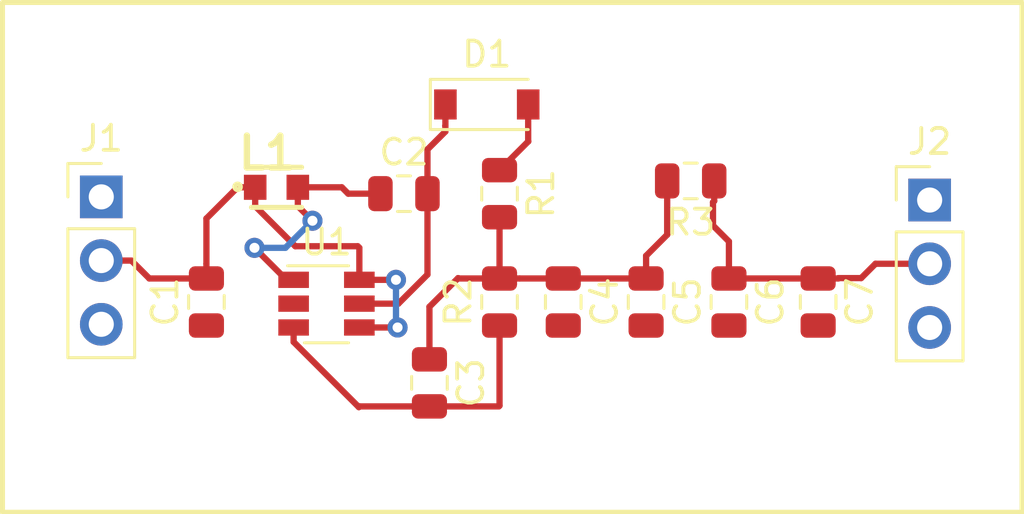
<source format=kicad_pcb>
(kicad_pcb (version 20171130) (host pcbnew "(5.0.0)")

  (general
    (thickness 1.6)
    (drawings 4)
    (tracks 73)
    (zones 0)
    (modules 15)
    (nets 9)
  )

  (page A4)
  (layers
    (0 F.Cu signal)
    (31 B.Cu signal)
    (32 B.Adhes user)
    (33 F.Adhes user)
    (34 B.Paste user)
    (35 F.Paste user)
    (36 B.SilkS user)
    (37 F.SilkS user)
    (38 B.Mask user)
    (39 F.Mask user)
    (40 Dwgs.User user)
    (41 Cmts.User user)
    (42 Eco1.User user)
    (43 Eco2.User user)
    (44 Edge.Cuts user)
    (45 Margin user)
    (46 B.CrtYd user)
    (47 F.CrtYd user)
    (48 B.Fab user)
    (49 F.Fab user hide)
  )

  (setup
    (last_trace_width 0.25)
    (trace_clearance 0.2)
    (zone_clearance 0.508)
    (zone_45_only no)
    (trace_min 0.2)
    (segment_width 0.2)
    (edge_width 0.15)
    (via_size 0.8)
    (via_drill 0.4)
    (via_min_size 0.4)
    (via_min_drill 0.3)
    (uvia_size 0.3)
    (uvia_drill 0.1)
    (uvias_allowed no)
    (uvia_min_size 0.2)
    (uvia_min_drill 0.1)
    (pcb_text_width 0.3)
    (pcb_text_size 1.5 1.5)
    (mod_edge_width 0.15)
    (mod_text_size 1 1)
    (mod_text_width 0.15)
    (pad_size 1.524 1.524)
    (pad_drill 0.762)
    (pad_to_mask_clearance 0.2)
    (aux_axis_origin 0 0)
    (visible_elements FFFFFF7F)
    (pcbplotparams
      (layerselection 0x010fc_ffffffff)
      (usegerberextensions false)
      (usegerberattributes false)
      (usegerberadvancedattributes false)
      (creategerberjobfile false)
      (excludeedgelayer true)
      (linewidth 0.100000)
      (plotframeref false)
      (viasonmask false)
      (mode 1)
      (useauxorigin false)
      (hpglpennumber 1)
      (hpglpenspeed 20)
      (hpglpendiameter 15.000000)
      (psnegative false)
      (psa4output false)
      (plotreference true)
      (plotvalue true)
      (plotinvisibletext false)
      (padsonsilk false)
      (subtractmaskfromsilk false)
      (outputformat 1)
      (mirror false)
      (drillshape 1)
      (scaleselection 1)
      (outputdirectory ""))
  )

  (net 0 "")
  (net 1 GND)
  (net 2 "Net-(C1-Pad2)")
  (net 3 "Net-(C2-Pad1)")
  (net 4 "Net-(C2-Pad2)")
  (net 5 "Net-(C3-Pad2)")
  (net 6 "Net-(C3-Pad1)")
  (net 7 "Net-(C6-Pad1)")
  (net 8 "Net-(D1-Pad2)")

  (net_class Default "Toto je výchozí třída sítě."
    (clearance 0.2)
    (trace_width 0.25)
    (via_dia 0.8)
    (via_drill 0.4)
    (uvia_dia 0.3)
    (uvia_drill 0.1)
    (add_net GND)
    (add_net "Net-(C1-Pad2)")
    (add_net "Net-(C2-Pad1)")
    (add_net "Net-(C2-Pad2)")
    (add_net "Net-(C3-Pad1)")
    (add_net "Net-(C3-Pad2)")
    (add_net "Net-(C6-Pad1)")
    (add_net "Net-(D1-Pad2)")
  )

  (module Capacitor_SMD:C_0805_2012Metric (layer F.Cu) (tedit 5B36C52B) (tstamp 5D3D04ED)
    (at 137.668 108.458 90)
    (descr "Capacitor SMD 0805 (2012 Metric), square (rectangular) end terminal, IPC_7351 nominal, (Body size source: https://docs.google.com/spreadsheets/d/1BsfQQcO9C6DZCsRaXUlFlo91Tg2WpOkGARC1WS5S8t0/edit?usp=sharing), generated with kicad-footprint-generator")
    (tags capacitor)
    (path /5CB60D80)
    (attr smd)
    (fp_text reference C1 (at 0 -1.65 270) (layer F.SilkS)
      (effects (font (size 1 1) (thickness 0.15)))
    )
    (fp_text value 4.7uF/10V (at 0 1.65 90) (layer F.Fab)
      (effects (font (size 1 1) (thickness 0.15)))
    )
    (fp_line (start -1 0.6) (end -1 -0.6) (layer F.Fab) (width 0.1))
    (fp_line (start -1 -0.6) (end 1 -0.6) (layer F.Fab) (width 0.1))
    (fp_line (start 1 -0.6) (end 1 0.6) (layer F.Fab) (width 0.1))
    (fp_line (start 1 0.6) (end -1 0.6) (layer F.Fab) (width 0.1))
    (fp_line (start -0.258578 -0.71) (end 0.258578 -0.71) (layer F.SilkS) (width 0.12))
    (fp_line (start -0.258578 0.71) (end 0.258578 0.71) (layer F.SilkS) (width 0.12))
    (fp_line (start -1.68 0.95) (end -1.68 -0.95) (layer F.CrtYd) (width 0.05))
    (fp_line (start -1.68 -0.95) (end 1.68 -0.95) (layer F.CrtYd) (width 0.05))
    (fp_line (start 1.68 -0.95) (end 1.68 0.95) (layer F.CrtYd) (width 0.05))
    (fp_line (start 1.68 0.95) (end -1.68 0.95) (layer F.CrtYd) (width 0.05))
    (fp_text user %R (at 0 0 90) (layer F.Fab)
      (effects (font (size 0.5 0.5) (thickness 0.08)))
    )
    (pad 1 smd roundrect (at -0.9375 0 90) (size 0.975 1.4) (layers F.Cu F.Paste F.Mask) (roundrect_rratio 0.25)
      (net 1 GND))
    (pad 2 smd roundrect (at 0.9375 0 90) (size 0.975 1.4) (layers F.Cu F.Paste F.Mask) (roundrect_rratio 0.25)
      (net 2 "Net-(C1-Pad2)"))
    (model ${KISYS3DMOD}/Capacitor_SMD.3dshapes/C_0805_2012Metric.wrl
      (at (xyz 0 0 0))
      (scale (xyz 1 1 1))
      (rotate (xyz 0 0 0))
    )
  )

  (module Capacitor_SMD:C_0805_2012Metric (layer F.Cu) (tedit 5B36C52B) (tstamp 5D3D04FE)
    (at 145.542 104.14)
    (descr "Capacitor SMD 0805 (2012 Metric), square (rectangular) end terminal, IPC_7351 nominal, (Body size source: https://docs.google.com/spreadsheets/d/1BsfQQcO9C6DZCsRaXUlFlo91Tg2WpOkGARC1WS5S8t0/edit?usp=sharing), generated with kicad-footprint-generator")
    (tags capacitor)
    (path /5CB85DFF)
    (attr smd)
    (fp_text reference C2 (at 0 -1.65) (layer F.SilkS)
      (effects (font (size 1 1) (thickness 0.15)))
    )
    (fp_text value 0.1uF/50V (at 0 1.65) (layer F.Fab)
      (effects (font (size 1 1) (thickness 0.15)))
    )
    (fp_line (start -1 0.6) (end -1 -0.6) (layer F.Fab) (width 0.1))
    (fp_line (start -1 -0.6) (end 1 -0.6) (layer F.Fab) (width 0.1))
    (fp_line (start 1 -0.6) (end 1 0.6) (layer F.Fab) (width 0.1))
    (fp_line (start 1 0.6) (end -1 0.6) (layer F.Fab) (width 0.1))
    (fp_line (start -0.258578 -0.71) (end 0.258578 -0.71) (layer F.SilkS) (width 0.12))
    (fp_line (start -0.258578 0.71) (end 0.258578 0.71) (layer F.SilkS) (width 0.12))
    (fp_line (start -1.68 0.95) (end -1.68 -0.95) (layer F.CrtYd) (width 0.05))
    (fp_line (start -1.68 -0.95) (end 1.68 -0.95) (layer F.CrtYd) (width 0.05))
    (fp_line (start 1.68 -0.95) (end 1.68 0.95) (layer F.CrtYd) (width 0.05))
    (fp_line (start 1.68 0.95) (end -1.68 0.95) (layer F.CrtYd) (width 0.05))
    (fp_text user %R (at 0 0) (layer F.Fab)
      (effects (font (size 0.5 0.5) (thickness 0.08)))
    )
    (pad 1 smd roundrect (at -0.9375 0) (size 0.975 1.4) (layers F.Cu F.Paste F.Mask) (roundrect_rratio 0.25)
      (net 3 "Net-(C2-Pad1)"))
    (pad 2 smd roundrect (at 0.9375 0) (size 0.975 1.4) (layers F.Cu F.Paste F.Mask) (roundrect_rratio 0.25)
      (net 4 "Net-(C2-Pad2)"))
    (model ${KISYS3DMOD}/Capacitor_SMD.3dshapes/C_0805_2012Metric.wrl
      (at (xyz 0 0 0))
      (scale (xyz 1 1 1))
      (rotate (xyz 0 0 0))
    )
  )

  (module Capacitor_SMD:C_0805_2012Metric (layer F.Cu) (tedit 5B36C52B) (tstamp 5D3D050F)
    (at 146.558 111.6815 270)
    (descr "Capacitor SMD 0805 (2012 Metric), square (rectangular) end terminal, IPC_7351 nominal, (Body size source: https://docs.google.com/spreadsheets/d/1BsfQQcO9C6DZCsRaXUlFlo91Tg2WpOkGARC1WS5S8t0/edit?usp=sharing), generated with kicad-footprint-generator")
    (tags capacitor)
    (path /5CB612E1)
    (attr smd)
    (fp_text reference C3 (at 0 -1.65 270) (layer F.SilkS)
      (effects (font (size 1 1) (thickness 0.15)))
    )
    (fp_text value 5pF/50V (at 0 1.65 270) (layer F.Fab)
      (effects (font (size 1 1) (thickness 0.15)))
    )
    (fp_text user %R (at 0 0 270) (layer F.Fab)
      (effects (font (size 0.5 0.5) (thickness 0.08)))
    )
    (fp_line (start 1.68 0.95) (end -1.68 0.95) (layer F.CrtYd) (width 0.05))
    (fp_line (start 1.68 -0.95) (end 1.68 0.95) (layer F.CrtYd) (width 0.05))
    (fp_line (start -1.68 -0.95) (end 1.68 -0.95) (layer F.CrtYd) (width 0.05))
    (fp_line (start -1.68 0.95) (end -1.68 -0.95) (layer F.CrtYd) (width 0.05))
    (fp_line (start -0.258578 0.71) (end 0.258578 0.71) (layer F.SilkS) (width 0.12))
    (fp_line (start -0.258578 -0.71) (end 0.258578 -0.71) (layer F.SilkS) (width 0.12))
    (fp_line (start 1 0.6) (end -1 0.6) (layer F.Fab) (width 0.1))
    (fp_line (start 1 -0.6) (end 1 0.6) (layer F.Fab) (width 0.1))
    (fp_line (start -1 -0.6) (end 1 -0.6) (layer F.Fab) (width 0.1))
    (fp_line (start -1 0.6) (end -1 -0.6) (layer F.Fab) (width 0.1))
    (pad 2 smd roundrect (at 0.9375 0 270) (size 0.975 1.4) (layers F.Cu F.Paste F.Mask) (roundrect_rratio 0.25)
      (net 5 "Net-(C3-Pad2)"))
    (pad 1 smd roundrect (at -0.9375 0 270) (size 0.975 1.4) (layers F.Cu F.Paste F.Mask) (roundrect_rratio 0.25)
      (net 6 "Net-(C3-Pad1)"))
    (model ${KISYS3DMOD}/Capacitor_SMD.3dshapes/C_0805_2012Metric.wrl
      (at (xyz 0 0 0))
      (scale (xyz 1 1 1))
      (rotate (xyz 0 0 0))
    )
  )

  (module Capacitor_SMD:C_0805_2012Metric (layer F.Cu) (tedit 5B36C52B) (tstamp 5D3D0520)
    (at 151.892 108.458 270)
    (descr "Capacitor SMD 0805 (2012 Metric), square (rectangular) end terminal, IPC_7351 nominal, (Body size source: https://docs.google.com/spreadsheets/d/1BsfQQcO9C6DZCsRaXUlFlo91Tg2WpOkGARC1WS5S8t0/edit?usp=sharing), generated with kicad-footprint-generator")
    (tags capacitor)
    (path /5CB75F42)
    (attr smd)
    (fp_text reference C4 (at 0 -1.65 270) (layer F.SilkS)
      (effects (font (size 1 1) (thickness 0.15)))
    )
    (fp_text value 1uF/50V (at 0 1.65 270) (layer F.Fab)
      (effects (font (size 1 1) (thickness 0.15)))
    )
    (fp_line (start -1 0.6) (end -1 -0.6) (layer F.Fab) (width 0.1))
    (fp_line (start -1 -0.6) (end 1 -0.6) (layer F.Fab) (width 0.1))
    (fp_line (start 1 -0.6) (end 1 0.6) (layer F.Fab) (width 0.1))
    (fp_line (start 1 0.6) (end -1 0.6) (layer F.Fab) (width 0.1))
    (fp_line (start -0.258578 -0.71) (end 0.258578 -0.71) (layer F.SilkS) (width 0.12))
    (fp_line (start -0.258578 0.71) (end 0.258578 0.71) (layer F.SilkS) (width 0.12))
    (fp_line (start -1.68 0.95) (end -1.68 -0.95) (layer F.CrtYd) (width 0.05))
    (fp_line (start -1.68 -0.95) (end 1.68 -0.95) (layer F.CrtYd) (width 0.05))
    (fp_line (start 1.68 -0.95) (end 1.68 0.95) (layer F.CrtYd) (width 0.05))
    (fp_line (start 1.68 0.95) (end -1.68 0.95) (layer F.CrtYd) (width 0.05))
    (fp_text user %R (at 0 0 90) (layer F.Fab)
      (effects (font (size 0.5 0.5) (thickness 0.08)))
    )
    (pad 1 smd roundrect (at -0.9375 0 270) (size 0.975 1.4) (layers F.Cu F.Paste F.Mask) (roundrect_rratio 0.25)
      (net 6 "Net-(C3-Pad1)"))
    (pad 2 smd roundrect (at 0.9375 0 270) (size 0.975 1.4) (layers F.Cu F.Paste F.Mask) (roundrect_rratio 0.25)
      (net 1 GND))
    (model ${KISYS3DMOD}/Capacitor_SMD.3dshapes/C_0805_2012Metric.wrl
      (at (xyz 0 0 0))
      (scale (xyz 1 1 1))
      (rotate (xyz 0 0 0))
    )
  )

  (module Capacitor_SMD:C_0805_2012Metric (layer F.Cu) (tedit 5B36C52B) (tstamp 5D3D0531)
    (at 155.194 108.458 270)
    (descr "Capacitor SMD 0805 (2012 Metric), square (rectangular) end terminal, IPC_7351 nominal, (Body size source: https://docs.google.com/spreadsheets/d/1BsfQQcO9C6DZCsRaXUlFlo91Tg2WpOkGARC1WS5S8t0/edit?usp=sharing), generated with kicad-footprint-generator")
    (tags capacitor)
    (path /5CB762BC)
    (attr smd)
    (fp_text reference C5 (at 0 -1.65 270) (layer F.SilkS)
      (effects (font (size 1 1) (thickness 0.15)))
    )
    (fp_text value 0.1uF/50V (at 0 1.65 270) (layer F.Fab)
      (effects (font (size 1 1) (thickness 0.15)))
    )
    (fp_text user %R (at 0 0 90) (layer F.Fab)
      (effects (font (size 0.5 0.5) (thickness 0.08)))
    )
    (fp_line (start 1.68 0.95) (end -1.68 0.95) (layer F.CrtYd) (width 0.05))
    (fp_line (start 1.68 -0.95) (end 1.68 0.95) (layer F.CrtYd) (width 0.05))
    (fp_line (start -1.68 -0.95) (end 1.68 -0.95) (layer F.CrtYd) (width 0.05))
    (fp_line (start -1.68 0.95) (end -1.68 -0.95) (layer F.CrtYd) (width 0.05))
    (fp_line (start -0.258578 0.71) (end 0.258578 0.71) (layer F.SilkS) (width 0.12))
    (fp_line (start -0.258578 -0.71) (end 0.258578 -0.71) (layer F.SilkS) (width 0.12))
    (fp_line (start 1 0.6) (end -1 0.6) (layer F.Fab) (width 0.1))
    (fp_line (start 1 -0.6) (end 1 0.6) (layer F.Fab) (width 0.1))
    (fp_line (start -1 -0.6) (end 1 -0.6) (layer F.Fab) (width 0.1))
    (fp_line (start -1 0.6) (end -1 -0.6) (layer F.Fab) (width 0.1))
    (pad 2 smd roundrect (at 0.9375 0 270) (size 0.975 1.4) (layers F.Cu F.Paste F.Mask) (roundrect_rratio 0.25)
      (net 1 GND))
    (pad 1 smd roundrect (at -0.9375 0 270) (size 0.975 1.4) (layers F.Cu F.Paste F.Mask) (roundrect_rratio 0.25)
      (net 6 "Net-(C3-Pad1)"))
    (model ${KISYS3DMOD}/Capacitor_SMD.3dshapes/C_0805_2012Metric.wrl
      (at (xyz 0 0 0))
      (scale (xyz 1 1 1))
      (rotate (xyz 0 0 0))
    )
  )

  (module Capacitor_SMD:C_0805_2012Metric (layer F.Cu) (tedit 5B36C52B) (tstamp 5D3D1165)
    (at 158.496 108.458 270)
    (descr "Capacitor SMD 0805 (2012 Metric), square (rectangular) end terminal, IPC_7351 nominal, (Body size source: https://docs.google.com/spreadsheets/d/1BsfQQcO9C6DZCsRaXUlFlo91Tg2WpOkGARC1WS5S8t0/edit?usp=sharing), generated with kicad-footprint-generator")
    (tags capacitor)
    (path /5CB7D0F7)
    (attr smd)
    (fp_text reference C6 (at 0 -1.65 270) (layer F.SilkS)
      (effects (font (size 1 1) (thickness 0.15)))
    )
    (fp_text value 0.1uF/50V (at 0 1.65 270) (layer F.Fab)
      (effects (font (size 1 1) (thickness 0.15)))
    )
    (fp_line (start -1 0.6) (end -1 -0.6) (layer F.Fab) (width 0.1))
    (fp_line (start -1 -0.6) (end 1 -0.6) (layer F.Fab) (width 0.1))
    (fp_line (start 1 -0.6) (end 1 0.6) (layer F.Fab) (width 0.1))
    (fp_line (start 1 0.6) (end -1 0.6) (layer F.Fab) (width 0.1))
    (fp_line (start -0.258578 -0.71) (end 0.258578 -0.71) (layer F.SilkS) (width 0.12))
    (fp_line (start -0.258578 0.71) (end 0.258578 0.71) (layer F.SilkS) (width 0.12))
    (fp_line (start -1.68 0.95) (end -1.68 -0.95) (layer F.CrtYd) (width 0.05))
    (fp_line (start -1.68 -0.95) (end 1.68 -0.95) (layer F.CrtYd) (width 0.05))
    (fp_line (start 1.68 -0.95) (end 1.68 0.95) (layer F.CrtYd) (width 0.05))
    (fp_line (start 1.68 0.95) (end -1.68 0.95) (layer F.CrtYd) (width 0.05))
    (fp_text user %R (at 0 0 90) (layer F.Fab)
      (effects (font (size 0.5 0.5) (thickness 0.08)))
    )
    (pad 1 smd roundrect (at -0.9375 0 270) (size 0.975 1.4) (layers F.Cu F.Paste F.Mask) (roundrect_rratio 0.25)
      (net 7 "Net-(C6-Pad1)"))
    (pad 2 smd roundrect (at 0.9375 0 270) (size 0.975 1.4) (layers F.Cu F.Paste F.Mask) (roundrect_rratio 0.25)
      (net 1 GND))
    (model ${KISYS3DMOD}/Capacitor_SMD.3dshapes/C_0805_2012Metric.wrl
      (at (xyz 0 0 0))
      (scale (xyz 1 1 1))
      (rotate (xyz 0 0 0))
    )
  )

  (module Capacitor_SMD:C_0805_2012Metric (layer F.Cu) (tedit 5B36C52B) (tstamp 5D3D1B05)
    (at 162.052 108.458 270)
    (descr "Capacitor SMD 0805 (2012 Metric), square (rectangular) end terminal, IPC_7351 nominal, (Body size source: https://docs.google.com/spreadsheets/d/1BsfQQcO9C6DZCsRaXUlFlo91Tg2WpOkGARC1WS5S8t0/edit?usp=sharing), generated with kicad-footprint-generator")
    (tags capacitor)
    (path /5CB7D0FE)
    (attr smd)
    (fp_text reference C7 (at 0 -1.65 270) (layer F.SilkS)
      (effects (font (size 1 1) (thickness 0.15)))
    )
    (fp_text value 1uF/50V (at 0 1.65 270) (layer F.Fab)
      (effects (font (size 1 1) (thickness 0.15)))
    )
    (fp_text user %R (at 0 0 90) (layer F.Fab)
      (effects (font (size 0.5 0.5) (thickness 0.08)))
    )
    (fp_line (start 1.68 0.95) (end -1.68 0.95) (layer F.CrtYd) (width 0.05))
    (fp_line (start 1.68 -0.95) (end 1.68 0.95) (layer F.CrtYd) (width 0.05))
    (fp_line (start -1.68 -0.95) (end 1.68 -0.95) (layer F.CrtYd) (width 0.05))
    (fp_line (start -1.68 0.95) (end -1.68 -0.95) (layer F.CrtYd) (width 0.05))
    (fp_line (start -0.258578 0.71) (end 0.258578 0.71) (layer F.SilkS) (width 0.12))
    (fp_line (start -0.258578 -0.71) (end 0.258578 -0.71) (layer F.SilkS) (width 0.12))
    (fp_line (start 1 0.6) (end -1 0.6) (layer F.Fab) (width 0.1))
    (fp_line (start 1 -0.6) (end 1 0.6) (layer F.Fab) (width 0.1))
    (fp_line (start -1 -0.6) (end 1 -0.6) (layer F.Fab) (width 0.1))
    (fp_line (start -1 0.6) (end -1 -0.6) (layer F.Fab) (width 0.1))
    (pad 2 smd roundrect (at 0.9375 0 270) (size 0.975 1.4) (layers F.Cu F.Paste F.Mask) (roundrect_rratio 0.25)
      (net 1 GND))
    (pad 1 smd roundrect (at -0.9375 0 270) (size 0.975 1.4) (layers F.Cu F.Paste F.Mask) (roundrect_rratio 0.25)
      (net 7 "Net-(C6-Pad1)"))
    (model ${KISYS3DMOD}/Capacitor_SMD.3dshapes/C_0805_2012Metric.wrl
      (at (xyz 0 0 0))
      (scale (xyz 1 1 1))
      (rotate (xyz 0 0 0))
    )
  )

  (module Diode_SMD:D_SOD-123 (layer F.Cu) (tedit 58645DC7) (tstamp 5D3D056C)
    (at 148.844 100.584)
    (descr SOD-123)
    (tags SOD-123)
    (path /5CB85ECA)
    (attr smd)
    (fp_text reference D1 (at 0 -2) (layer F.SilkS)
      (effects (font (size 1 1) (thickness 0.15)))
    )
    (fp_text value MBR0540 (at 0 2.1) (layer F.Fab)
      (effects (font (size 1 1) (thickness 0.15)))
    )
    (fp_text user %R (at 0 -2) (layer F.Fab)
      (effects (font (size 1 1) (thickness 0.15)))
    )
    (fp_line (start -2.25 -1) (end -2.25 1) (layer F.SilkS) (width 0.12))
    (fp_line (start 0.25 0) (end 0.75 0) (layer F.Fab) (width 0.1))
    (fp_line (start 0.25 0.4) (end -0.35 0) (layer F.Fab) (width 0.1))
    (fp_line (start 0.25 -0.4) (end 0.25 0.4) (layer F.Fab) (width 0.1))
    (fp_line (start -0.35 0) (end 0.25 -0.4) (layer F.Fab) (width 0.1))
    (fp_line (start -0.35 0) (end -0.35 0.55) (layer F.Fab) (width 0.1))
    (fp_line (start -0.35 0) (end -0.35 -0.55) (layer F.Fab) (width 0.1))
    (fp_line (start -0.75 0) (end -0.35 0) (layer F.Fab) (width 0.1))
    (fp_line (start -1.4 0.9) (end -1.4 -0.9) (layer F.Fab) (width 0.1))
    (fp_line (start 1.4 0.9) (end -1.4 0.9) (layer F.Fab) (width 0.1))
    (fp_line (start 1.4 -0.9) (end 1.4 0.9) (layer F.Fab) (width 0.1))
    (fp_line (start -1.4 -0.9) (end 1.4 -0.9) (layer F.Fab) (width 0.1))
    (fp_line (start -2.35 -1.15) (end 2.35 -1.15) (layer F.CrtYd) (width 0.05))
    (fp_line (start 2.35 -1.15) (end 2.35 1.15) (layer F.CrtYd) (width 0.05))
    (fp_line (start 2.35 1.15) (end -2.35 1.15) (layer F.CrtYd) (width 0.05))
    (fp_line (start -2.35 -1.15) (end -2.35 1.15) (layer F.CrtYd) (width 0.05))
    (fp_line (start -2.25 1) (end 1.65 1) (layer F.SilkS) (width 0.12))
    (fp_line (start -2.25 -1) (end 1.65 -1) (layer F.SilkS) (width 0.12))
    (pad 1 smd rect (at -1.65 0) (size 0.9 1.2) (layers F.Cu F.Paste F.Mask)
      (net 4 "Net-(C2-Pad2)"))
    (pad 2 smd rect (at 1.65 0) (size 0.9 1.2) (layers F.Cu F.Paste F.Mask)
      (net 8 "Net-(D1-Pad2)"))
    (model ${KISYS3DMOD}/Diode_SMD.3dshapes/D_SOD-123.wrl
      (at (xyz 0 0 0))
      (scale (xyz 1 1 1))
      (rotate (xyz 0 0 0))
    )
  )

  (module Connector_PinHeader_2.54mm:PinHeader_1x03_P2.54mm_Vertical (layer F.Cu) (tedit 59FED5CC) (tstamp 5D3D095B)
    (at 133.477 104.267)
    (descr "Through hole straight pin header, 1x03, 2.54mm pitch, single row")
    (tags "Through hole pin header THT 1x03 2.54mm single row")
    (path /5CB753CD)
    (fp_text reference J1 (at 0 -2.33) (layer F.SilkS)
      (effects (font (size 1 1) (thickness 0.15)))
    )
    (fp_text value Conn_01x03_Male (at 0 7.41) (layer F.Fab)
      (effects (font (size 1 1) (thickness 0.15)))
    )
    (fp_line (start -0.635 -1.27) (end 1.27 -1.27) (layer F.Fab) (width 0.1))
    (fp_line (start 1.27 -1.27) (end 1.27 6.35) (layer F.Fab) (width 0.1))
    (fp_line (start 1.27 6.35) (end -1.27 6.35) (layer F.Fab) (width 0.1))
    (fp_line (start -1.27 6.35) (end -1.27 -0.635) (layer F.Fab) (width 0.1))
    (fp_line (start -1.27 -0.635) (end -0.635 -1.27) (layer F.Fab) (width 0.1))
    (fp_line (start -1.33 6.41) (end 1.33 6.41) (layer F.SilkS) (width 0.12))
    (fp_line (start -1.33 1.27) (end -1.33 6.41) (layer F.SilkS) (width 0.12))
    (fp_line (start 1.33 1.27) (end 1.33 6.41) (layer F.SilkS) (width 0.12))
    (fp_line (start -1.33 1.27) (end 1.33 1.27) (layer F.SilkS) (width 0.12))
    (fp_line (start -1.33 0) (end -1.33 -1.33) (layer F.SilkS) (width 0.12))
    (fp_line (start -1.33 -1.33) (end 0 -1.33) (layer F.SilkS) (width 0.12))
    (fp_line (start -1.8 -1.8) (end -1.8 6.85) (layer F.CrtYd) (width 0.05))
    (fp_line (start -1.8 6.85) (end 1.8 6.85) (layer F.CrtYd) (width 0.05))
    (fp_line (start 1.8 6.85) (end 1.8 -1.8) (layer F.CrtYd) (width 0.05))
    (fp_line (start 1.8 -1.8) (end -1.8 -1.8) (layer F.CrtYd) (width 0.05))
    (fp_text user %R (at 0 2.54 90) (layer F.Fab)
      (effects (font (size 1 1) (thickness 0.15)))
    )
    (pad 1 thru_hole rect (at 0 0) (size 1.7 1.7) (drill 1) (layers *.Cu *.Mask)
      (net 1 GND))
    (pad 2 thru_hole oval (at 0 2.54) (size 1.7 1.7) (drill 1) (layers *.Cu *.Mask)
      (net 2 "Net-(C1-Pad2)"))
    (pad 3 thru_hole oval (at 0 5.08) (size 1.7 1.7) (drill 1) (layers *.Cu *.Mask)
      (net 1 GND))
    (model ${KISYS3DMOD}/Connector_PinHeader_2.54mm.3dshapes/PinHeader_1x03_P2.54mm_Vertical.wrl
      (at (xyz 0 0 0))
      (scale (xyz 1 1 1))
      (rotate (xyz 0 0 0))
    )
  )

  (module Connector_PinHeader_2.54mm:PinHeader_1x03_P2.54mm_Vertical (layer F.Cu) (tedit 59FED5CC) (tstamp 5D3D059A)
    (at 166.497 104.394)
    (descr "Through hole straight pin header, 1x03, 2.54mm pitch, single row")
    (tags "Through hole pin header THT 1x03 2.54mm single row")
    (path /5CB78F4E)
    (fp_text reference J2 (at 0 -2.33) (layer F.SilkS)
      (effects (font (size 1 1) (thickness 0.15)))
    )
    (fp_text value Conn_01x03_Male (at 0 7.41) (layer F.Fab)
      (effects (font (size 1 1) (thickness 0.15)))
    )
    (fp_text user %R (at 0 2.54 90) (layer F.Fab)
      (effects (font (size 1 1) (thickness 0.15)))
    )
    (fp_line (start 1.8 -1.8) (end -1.8 -1.8) (layer F.CrtYd) (width 0.05))
    (fp_line (start 1.8 6.85) (end 1.8 -1.8) (layer F.CrtYd) (width 0.05))
    (fp_line (start -1.8 6.85) (end 1.8 6.85) (layer F.CrtYd) (width 0.05))
    (fp_line (start -1.8 -1.8) (end -1.8 6.85) (layer F.CrtYd) (width 0.05))
    (fp_line (start -1.33 -1.33) (end 0 -1.33) (layer F.SilkS) (width 0.12))
    (fp_line (start -1.33 0) (end -1.33 -1.33) (layer F.SilkS) (width 0.12))
    (fp_line (start -1.33 1.27) (end 1.33 1.27) (layer F.SilkS) (width 0.12))
    (fp_line (start 1.33 1.27) (end 1.33 6.41) (layer F.SilkS) (width 0.12))
    (fp_line (start -1.33 1.27) (end -1.33 6.41) (layer F.SilkS) (width 0.12))
    (fp_line (start -1.33 6.41) (end 1.33 6.41) (layer F.SilkS) (width 0.12))
    (fp_line (start -1.27 -0.635) (end -0.635 -1.27) (layer F.Fab) (width 0.1))
    (fp_line (start -1.27 6.35) (end -1.27 -0.635) (layer F.Fab) (width 0.1))
    (fp_line (start 1.27 6.35) (end -1.27 6.35) (layer F.Fab) (width 0.1))
    (fp_line (start 1.27 -1.27) (end 1.27 6.35) (layer F.Fab) (width 0.1))
    (fp_line (start -0.635 -1.27) (end 1.27 -1.27) (layer F.Fab) (width 0.1))
    (pad 3 thru_hole oval (at 0 5.08) (size 1.7 1.7) (drill 1) (layers *.Cu *.Mask)
      (net 1 GND))
    (pad 2 thru_hole oval (at 0 2.54) (size 1.7 1.7) (drill 1) (layers *.Cu *.Mask)
      (net 7 "Net-(C6-Pad1)"))
    (pad 1 thru_hole rect (at 0 0) (size 1.7 1.7) (drill 1) (layers *.Cu *.Mask)
      (net 1 GND))
    (model ${KISYS3DMOD}/Connector_PinHeader_2.54mm.3dshapes/PinHeader_1x03_P2.54mm_Vertical.wrl
      (at (xyz 0 0 0))
      (scale (xyz 1 1 1))
      (rotate (xyz 0 0 0))
    )
  )

  (module SamacSys_Parts:LQH2MCN100K02L (layer F.Cu) (tedit 0) (tstamp 5D3D05A7)
    (at 140.462 103.886)
    (descr LQH2M)
    (tags Inductor)
    (path /5CB8D0D4)
    (attr smd)
    (fp_text reference L1 (at -0.364 -1.364) (layer F.SilkS)
      (effects (font (size 1.27 1.27) (thickness 0.254)))
    )
    (fp_text value LQH2MCN100K02L (at -0.364 -1.364) (layer F.SilkS) hide
      (effects (font (size 1.27 1.27) (thickness 0.254)))
    )
    (fp_line (start -1 -0.8) (end 1 -0.8) (layer Dwgs.User) (width 0.2))
    (fp_line (start 1 -0.8) (end 1 0.8) (layer Dwgs.User) (width 0.2))
    (fp_line (start 1 0.8) (end -1 0.8) (layer Dwgs.User) (width 0.2))
    (fp_line (start -1 0.8) (end -1 -0.8) (layer Dwgs.User) (width 0.2))
    (fp_line (start -1 -0.8) (end 1 -0.8) (layer F.SilkS) (width 0.2))
    (fp_line (start 1 0.8) (end -1 0.8) (layer F.SilkS) (width 0.2))
    (fp_circle (center -1.551 -0.018) (end -1.551 -0.007) (layer F.SilkS) (width 0.2))
    (pad 1 smd rect (at -0.85 0) (size 0.9 1) (layers F.Cu F.Paste)
      (net 2 "Net-(C1-Pad2)"))
    (pad 2 smd rect (at 0.85 0) (size 0.9 1) (layers F.Cu F.Paste)
      (net 3 "Net-(C2-Pad1)"))
  )

  (module Resistor_SMD:R_0805_2012Metric (layer F.Cu) (tedit 5B36C52B) (tstamp 5D3D0C46)
    (at 149.352 104.14 270)
    (descr "Resistor SMD 0805 (2012 Metric), square (rectangular) end terminal, IPC_7351 nominal, (Body size source: https://docs.google.com/spreadsheets/d/1BsfQQcO9C6DZCsRaXUlFlo91Tg2WpOkGARC1WS5S8t0/edit?usp=sharing), generated with kicad-footprint-generator")
    (tags resistor)
    (path /5CB87E3E)
    (attr smd)
    (fp_text reference R1 (at 0 -1.65 270) (layer F.SilkS)
      (effects (font (size 1 1) (thickness 0.15)))
    )
    (fp_text value 39R (at 0 1.65 270) (layer F.Fab)
      (effects (font (size 1 1) (thickness 0.15)))
    )
    (fp_line (start -1 0.6) (end -1 -0.6) (layer F.Fab) (width 0.1))
    (fp_line (start -1 -0.6) (end 1 -0.6) (layer F.Fab) (width 0.1))
    (fp_line (start 1 -0.6) (end 1 0.6) (layer F.Fab) (width 0.1))
    (fp_line (start 1 0.6) (end -1 0.6) (layer F.Fab) (width 0.1))
    (fp_line (start -0.258578 -0.71) (end 0.258578 -0.71) (layer F.SilkS) (width 0.12))
    (fp_line (start -0.258578 0.71) (end 0.258578 0.71) (layer F.SilkS) (width 0.12))
    (fp_line (start -1.68 0.95) (end -1.68 -0.95) (layer F.CrtYd) (width 0.05))
    (fp_line (start -1.68 -0.95) (end 1.68 -0.95) (layer F.CrtYd) (width 0.05))
    (fp_line (start 1.68 -0.95) (end 1.68 0.95) (layer F.CrtYd) (width 0.05))
    (fp_line (start 1.68 0.95) (end -1.68 0.95) (layer F.CrtYd) (width 0.05))
    (fp_text user %R (at 0 0 270) (layer F.Fab)
      (effects (font (size 0.5 0.5) (thickness 0.08)))
    )
    (pad 1 smd roundrect (at -0.9375 0 270) (size 0.975 1.4) (layers F.Cu F.Paste F.Mask) (roundrect_rratio 0.25)
      (net 8 "Net-(D1-Pad2)"))
    (pad 2 smd roundrect (at 0.9375 0 270) (size 0.975 1.4) (layers F.Cu F.Paste F.Mask) (roundrect_rratio 0.25)
      (net 6 "Net-(C3-Pad1)"))
    (model ${KISYS3DMOD}/Resistor_SMD.3dshapes/R_0805_2012Metric.wrl
      (at (xyz 0 0 0))
      (scale (xyz 1 1 1))
      (rotate (xyz 0 0 0))
    )
  )

  (module Resistor_SMD:R_0805_2012Metric (layer F.Cu) (tedit 5B36C52B) (tstamp 5D3D0FB1)
    (at 149.352 108.458 90)
    (descr "Resistor SMD 0805 (2012 Metric), square (rectangular) end terminal, IPC_7351 nominal, (Body size source: https://docs.google.com/spreadsheets/d/1BsfQQcO9C6DZCsRaXUlFlo91Tg2WpOkGARC1WS5S8t0/edit?usp=sharing), generated with kicad-footprint-generator")
    (tags resistor)
    (path /5CB611EB)
    (attr smd)
    (fp_text reference R2 (at 0 -1.65 90) (layer F.SilkS)
      (effects (font (size 1 1) (thickness 0.15)))
    )
    (fp_text value 3.2M (at 0 1.65 90) (layer F.Fab)
      (effects (font (size 1 1) (thickness 0.15)))
    )
    (fp_text user %R (at 0 0 90) (layer F.Fab)
      (effects (font (size 0.5 0.5) (thickness 0.08)))
    )
    (fp_line (start 1.68 0.95) (end -1.68 0.95) (layer F.CrtYd) (width 0.05))
    (fp_line (start 1.68 -0.95) (end 1.68 0.95) (layer F.CrtYd) (width 0.05))
    (fp_line (start -1.68 -0.95) (end 1.68 -0.95) (layer F.CrtYd) (width 0.05))
    (fp_line (start -1.68 0.95) (end -1.68 -0.95) (layer F.CrtYd) (width 0.05))
    (fp_line (start -0.258578 0.71) (end 0.258578 0.71) (layer F.SilkS) (width 0.12))
    (fp_line (start -0.258578 -0.71) (end 0.258578 -0.71) (layer F.SilkS) (width 0.12))
    (fp_line (start 1 0.6) (end -1 0.6) (layer F.Fab) (width 0.1))
    (fp_line (start 1 -0.6) (end 1 0.6) (layer F.Fab) (width 0.1))
    (fp_line (start -1 -0.6) (end 1 -0.6) (layer F.Fab) (width 0.1))
    (fp_line (start -1 0.6) (end -1 -0.6) (layer F.Fab) (width 0.1))
    (pad 2 smd roundrect (at 0.9375 0 90) (size 0.975 1.4) (layers F.Cu F.Paste F.Mask) (roundrect_rratio 0.25)
      (net 6 "Net-(C3-Pad1)"))
    (pad 1 smd roundrect (at -0.9375 0 90) (size 0.975 1.4) (layers F.Cu F.Paste F.Mask) (roundrect_rratio 0.25)
      (net 5 "Net-(C3-Pad2)"))
    (model ${KISYS3DMOD}/Resistor_SMD.3dshapes/R_0805_2012Metric.wrl
      (at (xyz 0 0 0))
      (scale (xyz 1 1 1))
      (rotate (xyz 0 0 0))
    )
  )

  (module Resistor_SMD:R_0805_2012Metric (layer F.Cu) (tedit 5B36C52B) (tstamp 5D3D126C)
    (at 156.972 103.632 180)
    (descr "Resistor SMD 0805 (2012 Metric), square (rectangular) end terminal, IPC_7351 nominal, (Body size source: https://docs.google.com/spreadsheets/d/1BsfQQcO9C6DZCsRaXUlFlo91Tg2WpOkGARC1WS5S8t0/edit?usp=sharing), generated with kicad-footprint-generator")
    (tags resistor)
    (path /5CB76AF9)
    (attr smd)
    (fp_text reference R3 (at 0 -1.65 180) (layer F.SilkS)
      (effects (font (size 1 1) (thickness 0.15)))
    )
    (fp_text value 100R (at 0 1.65 180) (layer F.Fab)
      (effects (font (size 1 1) (thickness 0.15)))
    )
    (fp_text user %R (at 0 0 180) (layer F.Fab)
      (effects (font (size 0.5 0.5) (thickness 0.08)))
    )
    (fp_line (start 1.68 0.95) (end -1.68 0.95) (layer F.CrtYd) (width 0.05))
    (fp_line (start 1.68 -0.95) (end 1.68 0.95) (layer F.CrtYd) (width 0.05))
    (fp_line (start -1.68 -0.95) (end 1.68 -0.95) (layer F.CrtYd) (width 0.05))
    (fp_line (start -1.68 0.95) (end -1.68 -0.95) (layer F.CrtYd) (width 0.05))
    (fp_line (start -0.258578 0.71) (end 0.258578 0.71) (layer F.SilkS) (width 0.12))
    (fp_line (start -0.258578 -0.71) (end 0.258578 -0.71) (layer F.SilkS) (width 0.12))
    (fp_line (start 1 0.6) (end -1 0.6) (layer F.Fab) (width 0.1))
    (fp_line (start 1 -0.6) (end 1 0.6) (layer F.Fab) (width 0.1))
    (fp_line (start -1 -0.6) (end 1 -0.6) (layer F.Fab) (width 0.1))
    (fp_line (start -1 0.6) (end -1 -0.6) (layer F.Fab) (width 0.1))
    (pad 2 smd roundrect (at 0.9375 0 180) (size 0.975 1.4) (layers F.Cu F.Paste F.Mask) (roundrect_rratio 0.25)
      (net 6 "Net-(C3-Pad1)"))
    (pad 1 smd roundrect (at -0.9375 0 180) (size 0.975 1.4) (layers F.Cu F.Paste F.Mask) (roundrect_rratio 0.25)
      (net 7 "Net-(C6-Pad1)"))
    (model ${KISYS3DMOD}/Resistor_SMD.3dshapes/R_0805_2012Metric.wrl
      (at (xyz 0 0 0))
      (scale (xyz 1 1 1))
      (rotate (xyz 0 0 0))
    )
  )

  (module Package_TO_SOT_SMD:TSOT-23-6 (layer F.Cu) (tedit 5A02FF57) (tstamp 5D3D05F0)
    (at 142.454 108.524)
    (descr "6-pin TSOT23 package, http://cds.linear.com/docs/en/packaging/SOT_6_05-08-1636.pdf")
    (tags "TSOT-23-6 MK06A TSOT-6")
    (path /5CB70845)
    (attr smd)
    (fp_text reference U1 (at 0 -2.45) (layer F.SilkS)
      (effects (font (size 1 1) (thickness 0.15)))
    )
    (fp_text value LT3483 (at 0 2.5) (layer F.Fab)
      (effects (font (size 1 1) (thickness 0.15)))
    )
    (fp_text user %R (at 0 0 90) (layer F.Fab)
      (effects (font (size 0.5 0.5) (thickness 0.075)))
    )
    (fp_line (start -0.88 1.56) (end 0.88 1.56) (layer F.SilkS) (width 0.12))
    (fp_line (start 0.88 -1.51) (end -1.55 -1.51) (layer F.SilkS) (width 0.12))
    (fp_line (start -0.88 -1) (end -0.43 -1.45) (layer F.Fab) (width 0.1))
    (fp_line (start 0.88 -1.45) (end -0.43 -1.45) (layer F.Fab) (width 0.1))
    (fp_line (start -0.88 -1) (end -0.88 1.45) (layer F.Fab) (width 0.1))
    (fp_line (start 0.88 1.45) (end -0.88 1.45) (layer F.Fab) (width 0.1))
    (fp_line (start 0.88 -1.45) (end 0.88 1.45) (layer F.Fab) (width 0.1))
    (fp_line (start -2.17 -1.7) (end 2.17 -1.7) (layer F.CrtYd) (width 0.05))
    (fp_line (start -2.17 -1.7) (end -2.17 1.7) (layer F.CrtYd) (width 0.05))
    (fp_line (start 2.17 1.7) (end 2.17 -1.7) (layer F.CrtYd) (width 0.05))
    (fp_line (start 2.17 1.7) (end -2.17 1.7) (layer F.CrtYd) (width 0.05))
    (pad 1 smd rect (at -1.31 -0.95) (size 1.22 0.65) (layers F.Cu F.Paste F.Mask)
      (net 3 "Net-(C2-Pad1)"))
    (pad 2 smd rect (at -1.31 0) (size 1.22 0.65) (layers F.Cu F.Paste F.Mask)
      (net 1 GND))
    (pad 3 smd rect (at -1.31 0.95) (size 1.22 0.65) (layers F.Cu F.Paste F.Mask)
      (net 5 "Net-(C3-Pad2)"))
    (pad 4 smd rect (at 1.31 0.95) (size 1.22 0.65) (layers F.Cu F.Paste F.Mask)
      (net 2 "Net-(C1-Pad2)"))
    (pad 5 smd rect (at 1.31 0) (size 1.22 0.65) (layers F.Cu F.Paste F.Mask)
      (net 4 "Net-(C2-Pad2)"))
    (pad 6 smd rect (at 1.31 -0.95) (size 1.22 0.65) (layers F.Cu F.Paste F.Mask)
      (net 2 "Net-(C1-Pad2)"))
    (model ${KISYS3DMOD}/Package_TO_SOT_SMD.3dshapes/TSOT-23-6.wrl
      (at (xyz 0 0 0))
      (scale (xyz 1 1 1))
      (rotate (xyz 0 0 0))
    )
  )

  (gr_line (start 170.18 96.52) (end 129.54 96.52) (layer F.SilkS) (width 0.2))
  (gr_line (start 170.18 116.84) (end 170.18 96.52) (layer F.SilkS) (width 0.2))
  (gr_line (start 129.54 116.84) (end 170.18 116.84) (layer F.SilkS) (width 0.2))
  (gr_line (start 129.54 96.52) (end 129.54 116.84) (layer F.SilkS) (width 0.2))

  (segment (start 138.912 103.886) (end 139.612 103.886) (width 0.25) (layer F.Cu) (net 2))
  (segment (start 137.668 105.13) (end 138.912 103.886) (width 0.25) (layer F.Cu) (net 2))
  (segment (start 137.668 107.5205) (end 137.668 106.934) (width 0.25) (layer F.Cu) (net 2))
  (segment (start 137.668 106.934) (end 137.668 105.13) (width 0.25) (layer F.Cu) (net 2))
  (segment (start 135.392581 107.5205) (end 137.668 107.5205) (width 0.25) (layer F.Cu) (net 2))
  (segment (start 133.477 106.807) (end 134.679081 106.807) (width 0.25) (layer F.Cu) (net 2))
  (segment (start 134.679081 106.807) (end 135.392581 107.5205) (width 0.25) (layer F.Cu) (net 2))
  (segment (start 139.612 104.636) (end 141.2115 106.2355) (width 0.25) (layer F.Cu) (net 2))
  (segment (start 139.612 103.886) (end 139.612 104.636) (width 0.25) (layer F.Cu) (net 2))
  (segment (start 141.2115 106.2355) (end 143.7005 106.2355) (width 0.25) (layer F.Cu) (net 2))
  (segment (start 143.764 106.299) (end 143.764 107.574) (width 0.25) (layer F.Cu) (net 2))
  (segment (start 143.7005 106.2355) (end 143.764 106.299) (width 0.25) (layer F.Cu) (net 2))
  (segment (start 143.764 107.574) (end 145.2245 107.574) (width 0.25) (layer F.Cu) (net 2))
  (segment (start 143.764 109.474) (end 145.288 109.474) (width 0.25) (layer F.Cu) (net 2))
  (segment (start 145.2245 107.574) (end 145.283 107.574) (width 0.25) (layer F.Cu) (net 2) (tstamp 5D3D3E27))
  (via (at 145.2245 107.574) (size 0.8) (drill 0.4) (layers F.Cu B.Cu) (net 2))
  (segment (start 145.288 109.474) (end 145.288 109.474) (width 0.25) (layer F.Cu) (net 2) (tstamp 5D3D3E29))
  (via (at 145.288 109.474) (size 0.8) (drill 0.4) (layers F.Cu B.Cu) (net 2))
  (segment (start 145.2245 109.4105) (end 145.288 109.474) (width 0.25) (layer B.Cu) (net 2))
  (segment (start 145.2245 107.574) (end 145.2245 109.4105) (width 0.25) (layer B.Cu) (net 2))
  (segment (start 144.6045 104.14) (end 143.3195 104.14) (width 0.25) (layer F.Cu) (net 3))
  (segment (start 143.0655 103.886) (end 141.312 103.886) (width 0.25) (layer F.Cu) (net 3))
  (segment (start 143.3195 104.14) (end 143.0655 103.886) (width 0.25) (layer F.Cu) (net 3))
  (segment (start 140.859 107.574) (end 139.584 106.299) (width 0.25) (layer F.Cu) (net 3))
  (segment (start 141.144 107.574) (end 140.859 107.574) (width 0.25) (layer F.Cu) (net 3))
  (segment (start 139.584 106.299) (end 139.584 106.299) (width 0.25) (layer F.Cu) (net 3) (tstamp 5D3D3E67))
  (via (at 139.584 106.299) (size 0.8) (drill 0.4) (layers F.Cu B.Cu) (net 3))
  (segment (start 141.312 104.636) (end 141.8955 105.2195) (width 0.25) (layer F.Cu) (net 3))
  (segment (start 141.312 103.886) (end 141.312 104.636) (width 0.25) (layer F.Cu) (net 3))
  (segment (start 141.8955 105.2195) (end 141.8955 105.2195) (width 0.25) (layer F.Cu) (net 3) (tstamp 5D3D3E7D))
  (via (at 141.8955 105.2195) (size 0.8) (drill 0.4) (layers F.Cu B.Cu) (net 3))
  (segment (start 140.816 106.299) (end 139.584 106.299) (width 0.25) (layer B.Cu) (net 3))
  (segment (start 141.8955 105.2195) (end 140.816 106.299) (width 0.25) (layer B.Cu) (net 3))
  (segment (start 146.4795 102.377) (end 146.4795 104.14) (width 0.25) (layer F.Cu) (net 4))
  (segment (start 147.193 101.6635) (end 146.4795 102.377) (width 0.25) (layer F.Cu) (net 4))
  (segment (start 147.193 101.435) (end 147.193 101.6635) (width 0.25) (layer F.Cu) (net 4))
  (segment (start 147.194 100.584) (end 147.194 101.434) (width 0.25) (layer F.Cu) (net 4))
  (segment (start 147.194 101.434) (end 147.193 101.435) (width 0.25) (layer F.Cu) (net 4))
  (segment (start 145.319 108.524) (end 143.764 108.524) (width 0.25) (layer F.Cu) (net 4))
  (segment (start 146.4795 104.14) (end 146.4795 107.3635) (width 0.25) (layer F.Cu) (net 4))
  (segment (start 146.4795 107.3635) (end 145.319 108.524) (width 0.25) (layer F.Cu) (net 4))
  (segment (start 146.558 112.619) (end 149.322 112.619) (width 0.25) (layer F.Cu) (net 5))
  (segment (start 149.352 112.589) (end 149.352 109.3955) (width 0.25) (layer F.Cu) (net 5))
  (segment (start 149.322 112.619) (end 149.352 112.589) (width 0.25) (layer F.Cu) (net 5))
  (segment (start 141.144 110.049) (end 143.744 112.649) (width 0.25) (layer F.Cu) (net 5))
  (segment (start 141.144 109.474) (end 141.144 110.049) (width 0.25) (layer F.Cu) (net 5))
  (segment (start 143.774 112.619) (end 146.558 112.619) (width 0.25) (layer F.Cu) (net 5))
  (segment (start 143.744 112.649) (end 143.774 112.619) (width 0.25) (layer F.Cu) (net 5))
  (segment (start 147.716 107.5205) (end 149.352 107.5205) (width 0.25) (layer F.Cu) (net 6))
  (segment (start 147.701 107.5055) (end 147.716 107.5205) (width 0.25) (layer F.Cu) (net 6))
  (segment (start 146.558 110.744) (end 146.558 108.6485) (width 0.25) (layer F.Cu) (net 6))
  (segment (start 146.558 108.6485) (end 147.701 107.5055) (width 0.25) (layer F.Cu) (net 6))
  (segment (start 149.352 105.0775) (end 149.352 107.5205) (width 0.25) (layer F.Cu) (net 6))
  (segment (start 150.152 107.5205) (end 151.892 107.5205) (width 0.25) (layer F.Cu) (net 6))
  (segment (start 149.352 107.5205) (end 150.152 107.5205) (width 0.25) (layer F.Cu) (net 6))
  (segment (start 151.892 107.5205) (end 155.194 107.5205) (width 0.25) (layer F.Cu) (net 6))
  (segment (start 156.0345 105.776) (end 156.0345 103.632) (width 0.25) (layer F.Cu) (net 6))
  (segment (start 155.194 107.5205) (end 155.194 106.6165) (width 0.25) (layer F.Cu) (net 6))
  (segment (start 155.194 106.6165) (end 156.0345 105.776) (width 0.25) (layer F.Cu) (net 6))
  (segment (start 157.9095 104.432) (end 157.861 104.4805) (width 0.25) (layer F.Cu) (net 7))
  (segment (start 157.9095 103.632) (end 157.9095 104.432) (width 0.25) (layer F.Cu) (net 7))
  (segment (start 157.861 104.4805) (end 157.861 105.41) (width 0.25) (layer F.Cu) (net 7))
  (segment (start 157.861 105.41) (end 158.496 106.045) (width 0.25) (layer F.Cu) (net 7))
  (segment (start 158.496 106.045) (end 158.496 107.5205) (width 0.25) (layer F.Cu) (net 7))
  (segment (start 158.496 107.5205) (end 162.052 107.5205) (width 0.25) (layer F.Cu) (net 7))
  (segment (start 162.852 107.5205) (end 162.867 107.5055) (width 0.25) (layer F.Cu) (net 7))
  (segment (start 162.052 107.5205) (end 162.852 107.5205) (width 0.25) (layer F.Cu) (net 7))
  (segment (start 162.867 107.5055) (end 163.7665 107.5055) (width 0.25) (layer F.Cu) (net 7))
  (segment (start 163.7665 107.5055) (end 164.338 106.934) (width 0.25) (layer F.Cu) (net 7))
  (segment (start 164.338 106.934) (end 166.497 106.934) (width 0.25) (layer F.Cu) (net 7))
  (segment (start 149.352 103.2025) (end 150.495 102.0595) (width 0.25) (layer F.Cu) (net 8))
  (segment (start 150.494 102.0585) (end 150.494 100.584) (width 0.25) (layer F.Cu) (net 8))
  (segment (start 150.495 102.0595) (end 150.494 102.0585) (width 0.25) (layer F.Cu) (net 8))

)

</source>
